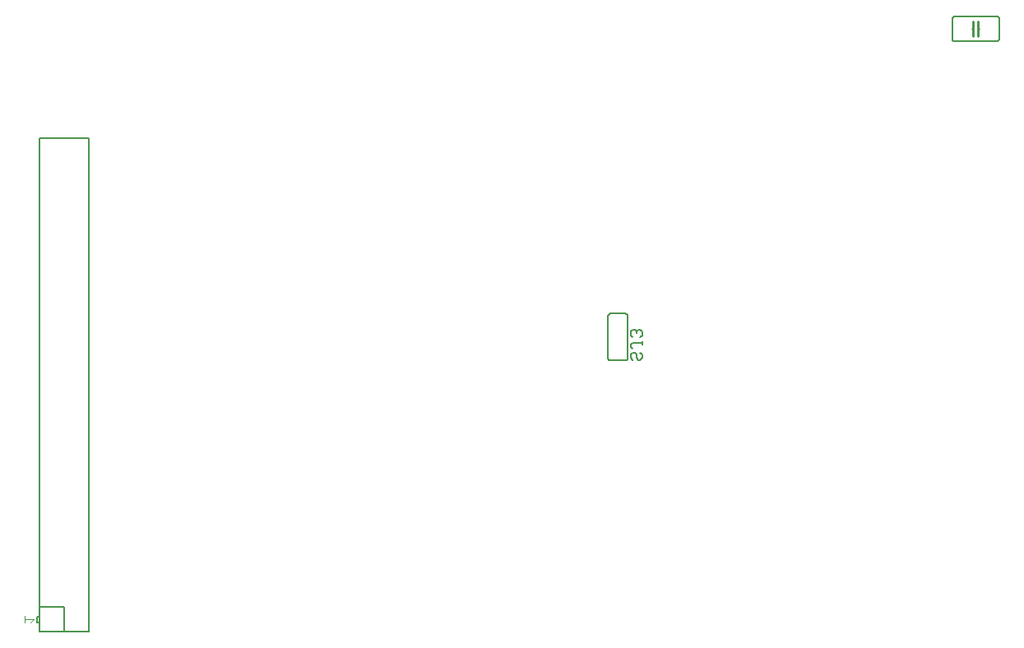
<source format=gbo>
G04 EAGLE Gerber RS-274X export*
G75*
%MOMM*%
%FSLAX34Y34*%
%LPD*%
%INSilkscreen Bottom*%
%IPPOS*%
%AMOC8*
5,1,8,0,0,1.08239X$1,22.5*%
G01*
%ADD10C,0.127000*%
%ADD11C,0.101600*%
%ADD12C,0.152400*%
%ADD13C,0.254000*%


D10*
X382760Y267850D02*
X357360Y267850D01*
X331960Y267850D01*
X331960Y277375D01*
X331960Y283725D01*
X331960Y293250D01*
X331960Y775850D01*
X382760Y775850D01*
X382760Y267850D01*
X357360Y267850D02*
X357360Y293250D01*
X331960Y293250D01*
X331960Y277375D02*
X328785Y277375D01*
X328785Y283725D01*
X331960Y283725D01*
D11*
X325745Y280934D02*
X322694Y277883D01*
X325745Y280934D02*
X316593Y280934D01*
X316593Y283984D02*
X316593Y277883D01*
D12*
X1273810Y901700D02*
X1316990Y901700D01*
X1316990Y876300D02*
X1273810Y876300D01*
X1271270Y878840D02*
X1271270Y899160D01*
X1319530Y899160D02*
X1319530Y878840D01*
X1273810Y901700D02*
X1273710Y901698D01*
X1273611Y901692D01*
X1273511Y901682D01*
X1273413Y901669D01*
X1273314Y901651D01*
X1273217Y901630D01*
X1273121Y901605D01*
X1273025Y901576D01*
X1272931Y901543D01*
X1272838Y901507D01*
X1272747Y901467D01*
X1272657Y901423D01*
X1272569Y901376D01*
X1272483Y901326D01*
X1272399Y901272D01*
X1272317Y901215D01*
X1272238Y901155D01*
X1272160Y901091D01*
X1272086Y901025D01*
X1272014Y900956D01*
X1271945Y900884D01*
X1271879Y900810D01*
X1271815Y900732D01*
X1271755Y900653D01*
X1271698Y900571D01*
X1271644Y900487D01*
X1271594Y900401D01*
X1271547Y900313D01*
X1271503Y900223D01*
X1271463Y900132D01*
X1271427Y900039D01*
X1271394Y899945D01*
X1271365Y899849D01*
X1271340Y899753D01*
X1271319Y899656D01*
X1271301Y899557D01*
X1271288Y899459D01*
X1271278Y899359D01*
X1271272Y899260D01*
X1271270Y899160D01*
X1316990Y901700D02*
X1317090Y901698D01*
X1317189Y901692D01*
X1317289Y901682D01*
X1317387Y901669D01*
X1317486Y901651D01*
X1317583Y901630D01*
X1317679Y901605D01*
X1317775Y901576D01*
X1317869Y901543D01*
X1317962Y901507D01*
X1318053Y901467D01*
X1318143Y901423D01*
X1318231Y901376D01*
X1318317Y901326D01*
X1318401Y901272D01*
X1318483Y901215D01*
X1318562Y901155D01*
X1318640Y901091D01*
X1318714Y901025D01*
X1318786Y900956D01*
X1318855Y900884D01*
X1318921Y900810D01*
X1318985Y900732D01*
X1319045Y900653D01*
X1319102Y900571D01*
X1319156Y900487D01*
X1319206Y900401D01*
X1319253Y900313D01*
X1319297Y900223D01*
X1319337Y900132D01*
X1319373Y900039D01*
X1319406Y899945D01*
X1319435Y899849D01*
X1319460Y899753D01*
X1319481Y899656D01*
X1319499Y899557D01*
X1319512Y899459D01*
X1319522Y899359D01*
X1319528Y899260D01*
X1319530Y899160D01*
X1273810Y876300D02*
X1273710Y876302D01*
X1273611Y876308D01*
X1273511Y876318D01*
X1273413Y876331D01*
X1273314Y876349D01*
X1273217Y876370D01*
X1273121Y876395D01*
X1273025Y876424D01*
X1272931Y876457D01*
X1272838Y876493D01*
X1272747Y876533D01*
X1272657Y876577D01*
X1272569Y876624D01*
X1272483Y876674D01*
X1272399Y876728D01*
X1272317Y876785D01*
X1272238Y876845D01*
X1272160Y876909D01*
X1272086Y876975D01*
X1272014Y877044D01*
X1271945Y877116D01*
X1271879Y877190D01*
X1271815Y877268D01*
X1271755Y877347D01*
X1271698Y877429D01*
X1271644Y877513D01*
X1271594Y877599D01*
X1271547Y877687D01*
X1271503Y877777D01*
X1271463Y877868D01*
X1271427Y877961D01*
X1271394Y878055D01*
X1271365Y878151D01*
X1271340Y878247D01*
X1271319Y878344D01*
X1271301Y878443D01*
X1271288Y878541D01*
X1271278Y878641D01*
X1271272Y878740D01*
X1271270Y878840D01*
X1316990Y876300D02*
X1317090Y876302D01*
X1317189Y876308D01*
X1317289Y876318D01*
X1317387Y876331D01*
X1317486Y876349D01*
X1317583Y876370D01*
X1317679Y876395D01*
X1317775Y876424D01*
X1317869Y876457D01*
X1317962Y876493D01*
X1318053Y876533D01*
X1318143Y876577D01*
X1318231Y876624D01*
X1318317Y876674D01*
X1318401Y876728D01*
X1318483Y876785D01*
X1318562Y876845D01*
X1318640Y876909D01*
X1318714Y876975D01*
X1318786Y877044D01*
X1318855Y877116D01*
X1318921Y877190D01*
X1318985Y877268D01*
X1319045Y877347D01*
X1319102Y877429D01*
X1319156Y877513D01*
X1319206Y877599D01*
X1319253Y877687D01*
X1319297Y877777D01*
X1319337Y877868D01*
X1319373Y877961D01*
X1319406Y878055D01*
X1319435Y878151D01*
X1319460Y878247D01*
X1319481Y878344D01*
X1319499Y878443D01*
X1319512Y878541D01*
X1319522Y878641D01*
X1319528Y878740D01*
X1319530Y878840D01*
X1292860Y889000D02*
X1291590Y889000D01*
D13*
X1292860Y889000D02*
X1292860Y896620D01*
X1292860Y889000D02*
X1292860Y881380D01*
X1297940Y889000D02*
X1297940Y896620D01*
X1297940Y889000D02*
X1297940Y881380D01*
D12*
X1297940Y889000D02*
X1299210Y889000D01*
X916940Y593090D02*
X916940Y549910D01*
X937260Y593090D02*
X937258Y593190D01*
X937252Y593289D01*
X937242Y593389D01*
X937229Y593487D01*
X937211Y593586D01*
X937190Y593683D01*
X937165Y593779D01*
X937136Y593875D01*
X937103Y593969D01*
X937067Y594062D01*
X937027Y594153D01*
X936983Y594243D01*
X936936Y594331D01*
X936886Y594417D01*
X936832Y594501D01*
X936775Y594583D01*
X936715Y594662D01*
X936651Y594740D01*
X936585Y594814D01*
X936516Y594886D01*
X936444Y594955D01*
X936370Y595021D01*
X936292Y595085D01*
X936213Y595145D01*
X936131Y595202D01*
X936047Y595256D01*
X935961Y595306D01*
X935873Y595353D01*
X935783Y595397D01*
X935692Y595437D01*
X935599Y595473D01*
X935505Y595506D01*
X935409Y595535D01*
X935313Y595560D01*
X935216Y595581D01*
X935117Y595599D01*
X935019Y595612D01*
X934919Y595622D01*
X934820Y595628D01*
X934720Y595630D01*
X937260Y549910D02*
X937258Y549810D01*
X937252Y549711D01*
X937242Y549611D01*
X937229Y549513D01*
X937211Y549414D01*
X937190Y549317D01*
X937165Y549221D01*
X937136Y549125D01*
X937103Y549031D01*
X937067Y548938D01*
X937027Y548847D01*
X936983Y548757D01*
X936936Y548669D01*
X936886Y548583D01*
X936832Y548499D01*
X936775Y548417D01*
X936715Y548338D01*
X936651Y548260D01*
X936585Y548186D01*
X936516Y548114D01*
X936444Y548045D01*
X936370Y547979D01*
X936292Y547915D01*
X936213Y547855D01*
X936131Y547798D01*
X936047Y547744D01*
X935961Y547694D01*
X935873Y547647D01*
X935783Y547603D01*
X935692Y547563D01*
X935599Y547527D01*
X935505Y547494D01*
X935409Y547465D01*
X935313Y547440D01*
X935216Y547419D01*
X935117Y547401D01*
X935019Y547388D01*
X934919Y547378D01*
X934820Y547372D01*
X934720Y547370D01*
X919480Y547370D02*
X919380Y547372D01*
X919281Y547378D01*
X919181Y547388D01*
X919083Y547401D01*
X918984Y547419D01*
X918887Y547440D01*
X918791Y547465D01*
X918695Y547494D01*
X918601Y547527D01*
X918508Y547563D01*
X918417Y547603D01*
X918327Y547647D01*
X918239Y547694D01*
X918153Y547744D01*
X918069Y547798D01*
X917987Y547855D01*
X917908Y547915D01*
X917830Y547979D01*
X917756Y548045D01*
X917684Y548114D01*
X917615Y548186D01*
X917549Y548260D01*
X917485Y548338D01*
X917425Y548417D01*
X917368Y548499D01*
X917314Y548583D01*
X917264Y548669D01*
X917217Y548757D01*
X917173Y548847D01*
X917133Y548938D01*
X917097Y549031D01*
X917064Y549125D01*
X917035Y549221D01*
X917010Y549317D01*
X916989Y549414D01*
X916971Y549513D01*
X916958Y549611D01*
X916948Y549711D01*
X916942Y549810D01*
X916940Y549910D01*
X916940Y593090D02*
X916942Y593190D01*
X916948Y593289D01*
X916958Y593389D01*
X916971Y593487D01*
X916989Y593586D01*
X917010Y593683D01*
X917035Y593779D01*
X917064Y593875D01*
X917097Y593969D01*
X917133Y594062D01*
X917173Y594153D01*
X917217Y594243D01*
X917264Y594331D01*
X917314Y594417D01*
X917368Y594501D01*
X917425Y594583D01*
X917485Y594662D01*
X917549Y594740D01*
X917615Y594814D01*
X917684Y594886D01*
X917756Y594955D01*
X917830Y595021D01*
X917908Y595085D01*
X917987Y595145D01*
X918069Y595202D01*
X918153Y595256D01*
X918239Y595306D01*
X918327Y595353D01*
X918417Y595397D01*
X918508Y595437D01*
X918601Y595473D01*
X918695Y595506D01*
X918791Y595535D01*
X918887Y595560D01*
X918984Y595581D01*
X919083Y595599D01*
X919181Y595612D01*
X919281Y595622D01*
X919380Y595628D01*
X919480Y595630D01*
X934720Y595630D01*
X934720Y547370D02*
X919480Y547370D01*
X937260Y549910D02*
X937260Y593090D01*
D10*
X949968Y555632D02*
X951875Y553725D01*
X951875Y549912D01*
X949968Y548005D01*
X948062Y548005D01*
X946155Y549912D01*
X946155Y553725D01*
X944248Y555632D01*
X942342Y555632D01*
X940435Y553725D01*
X940435Y549912D01*
X942342Y548005D01*
X942342Y559699D02*
X940435Y561606D01*
X940435Y563512D01*
X942342Y565419D01*
X951875Y565419D01*
X951875Y567325D02*
X951875Y563512D01*
X949968Y571393D02*
X951875Y573300D01*
X951875Y577113D01*
X949968Y579019D01*
X948062Y579019D01*
X946155Y577113D01*
X946155Y575206D01*
X946155Y577113D02*
X944248Y579019D01*
X942342Y579019D01*
X940435Y577113D01*
X940435Y573300D01*
X942342Y571393D01*
M02*

</source>
